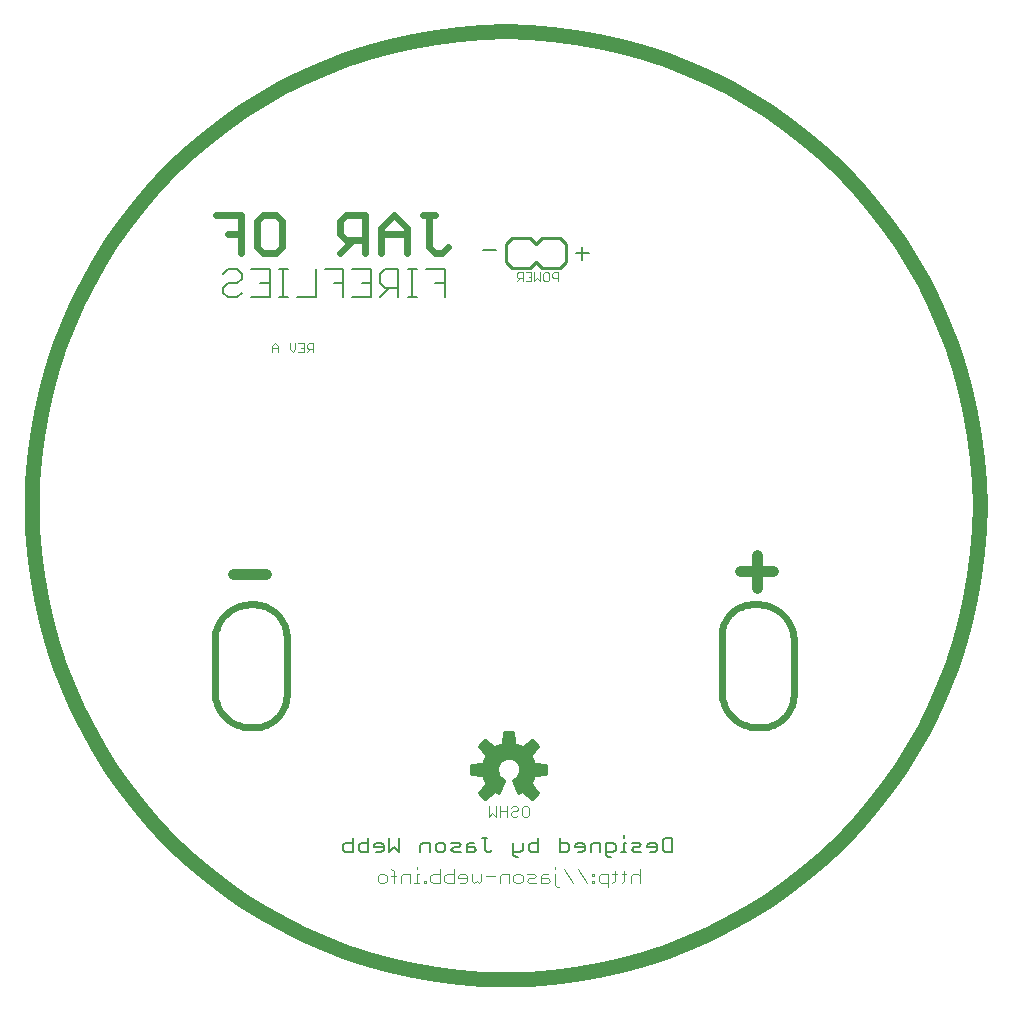
<source format=gbo>
G75*
G70*
%OFA0B0*%
%FSLAX24Y24*%
%IPPOS*%
%LPD*%
%AMOC8*
5,1,8,0,0,1.08239X$1,22.5*
%
%ADD10C,0.0000*%
%ADD11C,0.0070*%
%ADD12C,0.0230*%
%ADD13C,0.0080*%
%ADD14C,0.0060*%
%ADD15C,0.0030*%
%ADD16C,0.0500*%
%ADD17C,0.0040*%
%ADD18C,0.0380*%
%ADD19C,0.0240*%
%ADD20C,0.0100*%
D10*
X000180Y016180D02*
X000199Y016965D01*
X000257Y017748D01*
X000353Y018528D01*
X000487Y019301D01*
X000659Y020068D01*
X000869Y020825D01*
X001115Y021570D01*
X001398Y022303D01*
X001716Y023021D01*
X002069Y023722D01*
X002456Y024406D01*
X002876Y025069D01*
X003329Y025711D01*
X003812Y026330D01*
X004325Y026925D01*
X004866Y027494D01*
X005435Y028035D01*
X006030Y028548D01*
X006649Y029031D01*
X007291Y029484D01*
X007954Y029904D01*
X008638Y030291D01*
X009339Y030644D01*
X010057Y030962D01*
X010790Y031245D01*
X011535Y031491D01*
X012292Y031701D01*
X013059Y031873D01*
X013832Y032007D01*
X014612Y032103D01*
X015395Y032161D01*
X016180Y032180D01*
X016965Y032161D01*
X017748Y032103D01*
X018528Y032007D01*
X019301Y031873D01*
X020068Y031701D01*
X020825Y031491D01*
X021570Y031245D01*
X022303Y030962D01*
X023021Y030644D01*
X023722Y030291D01*
X024406Y029904D01*
X025069Y029484D01*
X025711Y029031D01*
X026330Y028548D01*
X026925Y028035D01*
X027494Y027494D01*
X028035Y026925D01*
X028548Y026330D01*
X029031Y025711D01*
X029484Y025069D01*
X029904Y024406D01*
X030291Y023722D01*
X030644Y023021D01*
X030962Y022303D01*
X031245Y021570D01*
X031491Y020825D01*
X031701Y020068D01*
X031873Y019301D01*
X032007Y018528D01*
X032103Y017748D01*
X032161Y016965D01*
X032180Y016180D01*
X032161Y015395D01*
X032103Y014612D01*
X032007Y013832D01*
X031873Y013059D01*
X031701Y012292D01*
X031491Y011535D01*
X031245Y010790D01*
X030962Y010057D01*
X030644Y009339D01*
X030291Y008638D01*
X029904Y007954D01*
X029484Y007291D01*
X029031Y006649D01*
X028548Y006030D01*
X028035Y005435D01*
X027494Y004866D01*
X026925Y004325D01*
X026330Y003812D01*
X025711Y003329D01*
X025069Y002876D01*
X024406Y002456D01*
X023722Y002069D01*
X023021Y001716D01*
X022303Y001398D01*
X021570Y001115D01*
X020825Y000869D01*
X020068Y000659D01*
X019301Y000487D01*
X018528Y000353D01*
X017748Y000257D01*
X016965Y000199D01*
X016180Y000180D01*
X015395Y000199D01*
X014612Y000257D01*
X013832Y000353D01*
X013059Y000487D01*
X012292Y000659D01*
X011535Y000869D01*
X010790Y001115D01*
X010057Y001398D01*
X009339Y001716D01*
X008638Y002069D01*
X007954Y002456D01*
X007291Y002876D01*
X006649Y003329D01*
X006030Y003812D01*
X005435Y004325D01*
X004866Y004866D01*
X004325Y005435D01*
X003812Y006030D01*
X003329Y006649D01*
X002876Y007291D01*
X002456Y007954D01*
X002069Y008638D01*
X001716Y009339D01*
X001398Y010057D01*
X001115Y010790D01*
X000869Y011535D01*
X000659Y012292D01*
X000487Y013059D01*
X000353Y013832D01*
X000257Y014612D01*
X000199Y015395D01*
X000180Y016180D01*
D11*
X006927Y023115D02*
X007237Y023115D01*
X007393Y023270D01*
X007693Y023115D02*
X008313Y023115D01*
X008313Y024046D01*
X007693Y024046D01*
X007393Y023891D02*
X007393Y023736D01*
X007237Y023580D01*
X006927Y023580D01*
X006772Y023425D01*
X006772Y023270D01*
X006927Y023115D01*
X006772Y023891D02*
X006927Y024046D01*
X007237Y024046D01*
X007393Y023891D01*
X008003Y023580D02*
X008313Y023580D01*
X008617Y024046D02*
X008927Y024046D01*
X008772Y024046D02*
X008772Y023115D01*
X008927Y023115D02*
X008617Y023115D01*
X009227Y023115D02*
X009848Y023115D01*
X009848Y024046D01*
X010148Y024046D02*
X010769Y024046D01*
X010769Y023115D01*
X011069Y023115D02*
X011690Y023115D01*
X011690Y024046D01*
X011069Y024046D01*
X010769Y023580D02*
X010459Y023580D01*
X011379Y023580D02*
X011690Y023580D01*
X011990Y023580D02*
X011990Y023891D01*
X012145Y024046D01*
X012610Y024046D01*
X012610Y023115D01*
X012914Y023115D02*
X013224Y023115D01*
X013069Y023115D02*
X013069Y024046D01*
X013224Y024046D02*
X012914Y024046D01*
X013524Y024046D02*
X014145Y024046D01*
X014145Y023115D01*
X014145Y023580D02*
X013835Y023580D01*
X012610Y023425D02*
X012145Y023425D01*
X011990Y023580D01*
X012300Y023425D02*
X011990Y023115D01*
D12*
X012036Y024595D02*
X012036Y025442D01*
X012460Y025866D01*
X012884Y025442D01*
X012884Y024595D01*
X012884Y025231D02*
X012036Y025231D01*
X011503Y025019D02*
X010867Y025019D01*
X010655Y025231D01*
X010655Y025654D01*
X010867Y025866D01*
X011503Y025866D01*
X011503Y024595D01*
X011079Y025019D02*
X010655Y024595D01*
X008740Y024807D02*
X008528Y024595D01*
X008105Y024595D01*
X007893Y024807D01*
X007893Y025654D01*
X008105Y025866D01*
X008528Y025866D01*
X008740Y025654D01*
X008740Y024807D01*
X007359Y024595D02*
X007359Y025866D01*
X006512Y025866D01*
X006935Y025231D02*
X007359Y025231D01*
X013418Y025866D02*
X013841Y025866D01*
X013629Y025866D02*
X013629Y024807D01*
X013841Y024595D01*
X014053Y024595D01*
X014265Y024807D01*
D13*
X015404Y005100D02*
X015564Y005100D01*
X015484Y005100D02*
X015484Y004700D01*
X015564Y004620D01*
X015644Y004620D01*
X015724Y004700D01*
X015209Y004700D02*
X015128Y004780D01*
X014888Y004780D01*
X014888Y004860D02*
X014888Y004620D01*
X015128Y004620D01*
X015209Y004700D01*
X015128Y004940D02*
X014968Y004940D01*
X014888Y004860D01*
X014693Y004860D02*
X014613Y004940D01*
X014373Y004940D01*
X014453Y004780D02*
X014613Y004780D01*
X014693Y004860D01*
X014693Y004620D02*
X014453Y004620D01*
X014373Y004700D01*
X014453Y004780D01*
X014177Y004700D02*
X014097Y004620D01*
X013937Y004620D01*
X013857Y004700D01*
X013857Y004860D01*
X013937Y004940D01*
X014097Y004940D01*
X014177Y004860D01*
X014177Y004700D01*
X013662Y004620D02*
X013662Y004940D01*
X013421Y004940D01*
X013341Y004860D01*
X013341Y004620D01*
X012630Y004620D02*
X012470Y004780D01*
X012310Y004620D01*
X012310Y005100D01*
X012115Y004860D02*
X012035Y004940D01*
X011875Y004940D01*
X011794Y004860D01*
X011794Y004780D01*
X012115Y004780D01*
X012115Y004700D02*
X012115Y004860D01*
X012115Y004700D02*
X012035Y004620D01*
X011875Y004620D01*
X011599Y004620D02*
X011599Y005100D01*
X011599Y004940D02*
X011359Y004940D01*
X011279Y004860D01*
X011279Y004700D01*
X011359Y004620D01*
X011599Y004620D01*
X011083Y004620D02*
X010843Y004620D01*
X010763Y004700D01*
X010763Y004860D01*
X010843Y004940D01*
X011083Y004940D01*
X011083Y005100D02*
X011083Y004620D01*
X012630Y004620D02*
X012630Y005100D01*
X016435Y004940D02*
X016435Y004540D01*
X016515Y004460D01*
X016595Y004460D01*
X016675Y004620D02*
X016435Y004620D01*
X016675Y004620D02*
X016755Y004700D01*
X016755Y004940D01*
X016951Y004860D02*
X017031Y004940D01*
X017271Y004940D01*
X017271Y005100D02*
X017271Y004620D01*
X017031Y004620D01*
X016951Y004700D01*
X016951Y004860D01*
X017982Y004940D02*
X018222Y004940D01*
X018302Y004860D01*
X018302Y004700D01*
X018222Y004620D01*
X017982Y004620D01*
X017982Y005100D01*
X018498Y004860D02*
X018498Y004780D01*
X018818Y004780D01*
X018818Y004700D02*
X018818Y004860D01*
X018738Y004940D01*
X018578Y004940D01*
X018498Y004860D01*
X018578Y004620D02*
X018738Y004620D01*
X018818Y004700D01*
X019013Y004620D02*
X019013Y004860D01*
X019093Y004940D01*
X019334Y004940D01*
X019334Y004620D01*
X019529Y004620D02*
X019769Y004620D01*
X019849Y004700D01*
X019849Y004860D01*
X019769Y004940D01*
X019529Y004940D01*
X019529Y004540D01*
X019609Y004460D01*
X019689Y004460D01*
X020033Y004620D02*
X020193Y004620D01*
X020113Y004620D02*
X020113Y004940D01*
X020193Y004940D01*
X020113Y005100D02*
X020113Y005180D01*
X020388Y004940D02*
X020629Y004940D01*
X020709Y004860D01*
X020629Y004780D01*
X020469Y004780D01*
X020388Y004700D01*
X020469Y004620D01*
X020709Y004620D01*
X020904Y004780D02*
X021224Y004780D01*
X021224Y004700D02*
X021224Y004860D01*
X021144Y004940D01*
X020984Y004940D01*
X020904Y004860D01*
X020904Y004780D01*
X020984Y004620D02*
X021144Y004620D01*
X021224Y004700D01*
X021420Y004700D02*
X021420Y005020D01*
X021500Y005100D01*
X021740Y005100D01*
X021740Y004620D01*
X021500Y004620D01*
X021420Y004700D01*
D14*
X018736Y024377D02*
X018736Y024804D01*
X018523Y024590D02*
X018950Y024590D01*
X015850Y024690D02*
X015423Y024690D01*
D15*
X016553Y023897D02*
X016553Y023800D01*
X016601Y023752D01*
X016746Y023752D01*
X016650Y023752D02*
X016553Y023655D01*
X016746Y023655D02*
X016746Y023945D01*
X016601Y023945D01*
X016553Y023897D01*
X016848Y023945D02*
X017041Y023945D01*
X017041Y023655D01*
X016848Y023655D01*
X016944Y023800D02*
X017041Y023800D01*
X017142Y023655D02*
X017142Y023945D01*
X017336Y023945D02*
X017336Y023655D01*
X017239Y023752D01*
X017142Y023655D01*
X017437Y023703D02*
X017437Y023897D01*
X017485Y023945D01*
X017582Y023945D01*
X017630Y023897D01*
X017630Y023703D01*
X017582Y023655D01*
X017485Y023655D01*
X017437Y023703D01*
X017732Y023800D02*
X017780Y023752D01*
X017925Y023752D01*
X017925Y023655D02*
X017925Y023945D01*
X017780Y023945D01*
X017732Y023897D01*
X017732Y023800D01*
X009765Y021585D02*
X009765Y021295D01*
X009765Y021392D02*
X009620Y021392D01*
X009572Y021440D01*
X009572Y021537D01*
X009620Y021585D01*
X009765Y021585D01*
X009668Y021392D02*
X009572Y021295D01*
X009470Y021295D02*
X009470Y021585D01*
X009277Y021585D01*
X009176Y021585D02*
X009176Y021392D01*
X009079Y021295D01*
X008982Y021392D01*
X008982Y021585D01*
X008586Y021488D02*
X008490Y021585D01*
X008393Y021488D01*
X008393Y021295D01*
X008393Y021440D02*
X008586Y021440D01*
X008586Y021488D02*
X008586Y021295D01*
X009277Y021295D02*
X009470Y021295D01*
X009470Y021440D02*
X009374Y021440D01*
X015613Y006165D02*
X015613Y005795D01*
X015737Y005918D01*
X015860Y005795D01*
X015860Y006165D01*
X015981Y006165D02*
X015981Y005795D01*
X015981Y005980D02*
X016228Y005980D01*
X016350Y005918D02*
X016350Y005857D01*
X016412Y005795D01*
X016535Y005795D01*
X016597Y005857D01*
X016718Y005857D02*
X016718Y006104D01*
X016780Y006165D01*
X016903Y006165D01*
X016965Y006104D01*
X016965Y005857D01*
X016903Y005795D01*
X016780Y005795D01*
X016718Y005857D01*
X016535Y005980D02*
X016412Y005980D01*
X016350Y005918D01*
X016228Y005795D02*
X016228Y006165D01*
X016350Y006104D02*
X016412Y006165D01*
X016535Y006165D01*
X016597Y006104D01*
X016597Y006042D01*
X016535Y005980D01*
D16*
X000380Y016180D02*
X000399Y016955D01*
X000456Y017729D01*
X000551Y018498D01*
X000684Y019262D01*
X000854Y020019D01*
X001060Y020766D01*
X001304Y021503D01*
X001583Y022226D01*
X001897Y022935D01*
X002246Y023628D01*
X002628Y024303D01*
X003043Y024958D01*
X003489Y025592D01*
X003966Y026203D01*
X004473Y026791D01*
X005008Y027352D01*
X005569Y027887D01*
X006157Y028394D01*
X006768Y028871D01*
X007402Y029317D01*
X008057Y029732D01*
X008732Y030114D01*
X009425Y030463D01*
X010134Y030777D01*
X010857Y031056D01*
X011594Y031300D01*
X012341Y031506D01*
X013098Y031676D01*
X013862Y031809D01*
X014631Y031904D01*
X015405Y031961D01*
X016180Y031980D01*
X016955Y031961D01*
X017729Y031904D01*
X018498Y031809D01*
X019262Y031676D01*
X020019Y031506D01*
X020766Y031300D01*
X021503Y031056D01*
X022226Y030777D01*
X022935Y030463D01*
X023628Y030114D01*
X024303Y029732D01*
X024958Y029317D01*
X025592Y028871D01*
X026203Y028394D01*
X026791Y027887D01*
X027352Y027352D01*
X027887Y026791D01*
X028394Y026203D01*
X028871Y025592D01*
X029317Y024958D01*
X029732Y024303D01*
X030114Y023628D01*
X030463Y022935D01*
X030777Y022226D01*
X031056Y021503D01*
X031300Y020766D01*
X031506Y020019D01*
X031676Y019262D01*
X031809Y018498D01*
X031904Y017729D01*
X031961Y016955D01*
X031980Y016180D01*
X031961Y015405D01*
X031904Y014631D01*
X031809Y013862D01*
X031676Y013098D01*
X031506Y012341D01*
X031300Y011594D01*
X031056Y010857D01*
X030777Y010134D01*
X030463Y009425D01*
X030114Y008732D01*
X029732Y008057D01*
X029317Y007402D01*
X028871Y006768D01*
X028394Y006157D01*
X027887Y005569D01*
X027352Y005008D01*
X026791Y004473D01*
X026203Y003966D01*
X025592Y003489D01*
X024958Y003043D01*
X024303Y002628D01*
X023628Y002246D01*
X022935Y001897D01*
X022226Y001583D01*
X021503Y001304D01*
X020766Y001060D01*
X020019Y000854D01*
X019262Y000684D01*
X018498Y000551D01*
X017729Y000456D01*
X016955Y000399D01*
X016180Y000380D01*
X015405Y000399D01*
X014631Y000456D01*
X013862Y000551D01*
X013098Y000684D01*
X012341Y000854D01*
X011594Y001060D01*
X010857Y001304D01*
X010134Y001583D01*
X009425Y001897D01*
X008732Y002246D01*
X008057Y002628D01*
X007402Y003043D01*
X006768Y003489D01*
X006157Y003966D01*
X005569Y004473D01*
X005008Y005008D01*
X004473Y005569D01*
X003966Y006157D01*
X003489Y006768D01*
X003043Y007402D01*
X002628Y008057D01*
X002246Y008732D01*
X001897Y009425D01*
X001583Y010134D01*
X001304Y010857D01*
X001060Y011594D01*
X000854Y012341D01*
X000684Y013098D01*
X000551Y013862D01*
X000456Y014631D01*
X000399Y015405D01*
X000380Y016180D01*
D17*
X012373Y004060D02*
X012450Y003984D01*
X012450Y003600D01*
X012680Y003600D02*
X012680Y003830D01*
X012757Y003907D01*
X012987Y003907D01*
X012987Y003600D01*
X013140Y003600D02*
X013294Y003600D01*
X013217Y003600D02*
X013217Y003907D01*
X013294Y003907D01*
X013217Y004060D02*
X013217Y004137D01*
X013447Y003677D02*
X013447Y003600D01*
X013524Y003600D01*
X013524Y003677D01*
X013447Y003677D01*
X013677Y003677D02*
X013677Y003830D01*
X013754Y003907D01*
X013984Y003907D01*
X013984Y004060D02*
X013984Y003600D01*
X013754Y003600D01*
X013677Y003677D01*
X014138Y003677D02*
X014138Y003830D01*
X014215Y003907D01*
X014445Y003907D01*
X014445Y004060D02*
X014445Y003600D01*
X014215Y003600D01*
X014138Y003677D01*
X014598Y003753D02*
X014905Y003753D01*
X014905Y003677D02*
X014905Y003830D01*
X014828Y003907D01*
X014675Y003907D01*
X014598Y003830D01*
X014598Y003753D01*
X014675Y003600D02*
X014828Y003600D01*
X014905Y003677D01*
X015059Y003677D02*
X015059Y003907D01*
X015059Y003677D02*
X015135Y003600D01*
X015212Y003677D01*
X015289Y003600D01*
X015365Y003677D01*
X015365Y003907D01*
X015519Y003830D02*
X015826Y003830D01*
X015979Y003830D02*
X015979Y003600D01*
X015979Y003830D02*
X016056Y003907D01*
X016286Y003907D01*
X016286Y003600D01*
X016440Y003677D02*
X016440Y003830D01*
X016516Y003907D01*
X016670Y003907D01*
X016747Y003830D01*
X016747Y003677D01*
X016670Y003600D01*
X016516Y003600D01*
X016440Y003677D01*
X016900Y003677D02*
X016977Y003753D01*
X017130Y003753D01*
X017207Y003830D01*
X017130Y003907D01*
X016900Y003907D01*
X016900Y003677D02*
X016977Y003600D01*
X017207Y003600D01*
X017361Y003600D02*
X017591Y003600D01*
X017667Y003677D01*
X017591Y003753D01*
X017361Y003753D01*
X017361Y003830D02*
X017361Y003600D01*
X017361Y003830D02*
X017437Y003907D01*
X017591Y003907D01*
X017821Y003907D02*
X017821Y003523D01*
X017898Y003447D01*
X017974Y003447D01*
X018435Y003600D02*
X018128Y004060D01*
X017821Y004060D02*
X017821Y004137D01*
X018588Y004060D02*
X018895Y003600D01*
X019049Y003600D02*
X019125Y003600D01*
X019125Y003677D01*
X019049Y003677D01*
X019049Y003600D01*
X019049Y003830D02*
X019125Y003830D01*
X019125Y003907D01*
X019049Y003907D01*
X019049Y003830D01*
X019279Y003830D02*
X019279Y003677D01*
X019356Y003600D01*
X019586Y003600D01*
X019739Y003600D02*
X019816Y003677D01*
X019816Y003984D01*
X019893Y003907D02*
X019739Y003907D01*
X019586Y003907D02*
X019586Y003447D01*
X019586Y003907D02*
X019356Y003907D01*
X019279Y003830D01*
X020046Y003907D02*
X020200Y003907D01*
X020123Y003984D02*
X020123Y003677D01*
X020046Y003600D01*
X020353Y003600D02*
X020353Y003830D01*
X020430Y003907D01*
X020583Y003907D01*
X020660Y003830D01*
X020660Y004060D02*
X020660Y003600D01*
X012526Y003830D02*
X012373Y003830D01*
X012219Y003830D02*
X012219Y003677D01*
X012143Y003600D01*
X011989Y003600D01*
X011913Y003677D01*
X011913Y003830D01*
X011989Y003907D01*
X012143Y003907D01*
X012219Y003830D01*
D18*
X008190Y013881D02*
X007109Y013881D01*
X024009Y013981D02*
X025090Y013981D01*
X024550Y014521D02*
X024550Y013440D01*
D19*
X007780Y008780D02*
X007680Y008780D01*
X007780Y008780D02*
X007844Y008782D01*
X007908Y008787D01*
X007971Y008797D01*
X008034Y008810D01*
X008095Y008826D01*
X008156Y008846D01*
X008216Y008870D01*
X008274Y008897D01*
X008330Y008927D01*
X008384Y008961D01*
X008437Y008998D01*
X008487Y009037D01*
X008535Y009080D01*
X008580Y009125D01*
X008623Y009173D01*
X008662Y009223D01*
X008699Y009276D01*
X008733Y009330D01*
X008763Y009386D01*
X008790Y009444D01*
X008814Y009504D01*
X008834Y009565D01*
X008850Y009626D01*
X008863Y009689D01*
X008873Y009752D01*
X008878Y009816D01*
X008880Y009880D01*
X008880Y011780D01*
X008878Y011844D01*
X008873Y011908D01*
X008863Y011971D01*
X008850Y012034D01*
X008834Y012095D01*
X008814Y012156D01*
X008790Y012216D01*
X008763Y012274D01*
X008733Y012330D01*
X008699Y012384D01*
X008662Y012437D01*
X008623Y012487D01*
X008580Y012535D01*
X008535Y012580D01*
X008487Y012623D01*
X008437Y012662D01*
X008384Y012699D01*
X008330Y012733D01*
X008274Y012763D01*
X008216Y012790D01*
X008156Y012814D01*
X008095Y012834D01*
X008034Y012850D01*
X007971Y012863D01*
X007908Y012873D01*
X007844Y012878D01*
X007780Y012880D01*
X007680Y012880D01*
X007613Y012878D01*
X007546Y012872D01*
X007479Y012863D01*
X007413Y012850D01*
X007348Y012833D01*
X007284Y012813D01*
X007221Y012789D01*
X007159Y012761D01*
X007100Y012730D01*
X007042Y012696D01*
X006986Y012659D01*
X006932Y012618D01*
X006880Y012575D01*
X006831Y012529D01*
X006785Y012480D01*
X006742Y012428D01*
X006701Y012374D01*
X006664Y012318D01*
X006630Y012260D01*
X006599Y012201D01*
X006571Y012139D01*
X006547Y012076D01*
X006527Y012012D01*
X006510Y011947D01*
X006497Y011881D01*
X006488Y011814D01*
X006482Y011747D01*
X006480Y011680D01*
X006480Y009980D01*
X006482Y009913D01*
X006488Y009846D01*
X006497Y009779D01*
X006510Y009713D01*
X006527Y009648D01*
X006547Y009584D01*
X006571Y009521D01*
X006599Y009459D01*
X006630Y009400D01*
X006664Y009342D01*
X006701Y009286D01*
X006742Y009232D01*
X006785Y009180D01*
X006831Y009131D01*
X006880Y009085D01*
X006932Y009042D01*
X006986Y009001D01*
X007042Y008964D01*
X007100Y008930D01*
X007159Y008899D01*
X007221Y008871D01*
X007284Y008847D01*
X007348Y008827D01*
X007413Y008810D01*
X007479Y008797D01*
X007546Y008788D01*
X007613Y008782D01*
X007680Y008780D01*
X023380Y009980D02*
X023380Y010880D01*
X023380Y010980D02*
X023380Y011880D01*
X023385Y011943D01*
X023394Y012006D01*
X023406Y012068D01*
X023423Y012130D01*
X023443Y012190D01*
X023466Y012249D01*
X023493Y012306D01*
X023524Y012362D01*
X023557Y012416D01*
X023594Y012468D01*
X023634Y012517D01*
X023677Y012564D01*
X023723Y012608D01*
X023771Y012649D01*
X023822Y012687D01*
X023875Y012722D01*
X023930Y012754D01*
X023986Y012783D01*
X024045Y012808D01*
X024104Y012829D01*
X024165Y012847D01*
X024227Y012861D01*
X024290Y012872D01*
X024353Y012878D01*
X024417Y012881D01*
X024480Y012880D01*
X024580Y012880D02*
X024647Y012878D01*
X024714Y012872D01*
X024781Y012863D01*
X024847Y012850D01*
X024912Y012833D01*
X024976Y012813D01*
X025039Y012789D01*
X025101Y012761D01*
X025160Y012730D01*
X025218Y012696D01*
X025274Y012659D01*
X025328Y012618D01*
X025380Y012575D01*
X025429Y012529D01*
X025475Y012480D01*
X025518Y012428D01*
X025559Y012374D01*
X025596Y012318D01*
X025630Y012260D01*
X025661Y012201D01*
X025689Y012139D01*
X025713Y012076D01*
X025733Y012012D01*
X025750Y011947D01*
X025763Y011881D01*
X025772Y011814D01*
X025778Y011747D01*
X025780Y011680D01*
X025780Y010480D01*
X025780Y010380D02*
X025780Y009880D01*
X025778Y009816D01*
X025773Y009752D01*
X025763Y009689D01*
X025750Y009626D01*
X025734Y009565D01*
X025714Y009504D01*
X025690Y009444D01*
X025663Y009386D01*
X025633Y009330D01*
X025599Y009276D01*
X025562Y009223D01*
X025523Y009173D01*
X025480Y009125D01*
X025435Y009080D01*
X025387Y009037D01*
X025337Y008998D01*
X025284Y008961D01*
X025230Y008927D01*
X025174Y008897D01*
X025116Y008870D01*
X025056Y008846D01*
X024995Y008826D01*
X024934Y008810D01*
X024871Y008797D01*
X024808Y008787D01*
X024744Y008782D01*
X024680Y008780D01*
X024580Y008780D02*
X024513Y008782D01*
X024446Y008788D01*
X024379Y008797D01*
X024313Y008810D01*
X024248Y008827D01*
X024184Y008847D01*
X024121Y008871D01*
X024059Y008899D01*
X024000Y008930D01*
X023942Y008964D01*
X023886Y009001D01*
X023832Y009042D01*
X023780Y009085D01*
X023731Y009131D01*
X023685Y009180D01*
X023642Y009232D01*
X023601Y009286D01*
X023564Y009342D01*
X023530Y009400D01*
X023499Y009459D01*
X023471Y009521D01*
X023447Y009584D01*
X023427Y009648D01*
X023410Y009713D01*
X023397Y009779D01*
X023388Y009846D01*
X023382Y009913D01*
X023380Y009980D01*
D20*
X017521Y007532D02*
X017521Y007228D01*
X017117Y007187D01*
X017091Y007095D01*
X017055Y007008D01*
X017009Y006925D01*
X017265Y006610D01*
X017050Y006395D01*
X016735Y006651D01*
X016673Y006616D01*
X016609Y006586D01*
X016429Y007019D01*
X016494Y007053D01*
X016551Y007099D01*
X016599Y007155D01*
X016636Y007218D01*
X016660Y007288D01*
X016670Y007360D01*
X016667Y007433D01*
X016650Y007505D01*
X016620Y007571D01*
X016579Y007632D01*
X016527Y007683D01*
X016466Y007724D01*
X016398Y007752D01*
X016327Y007768D01*
X016253Y007770D01*
X016181Y007758D01*
X016112Y007733D01*
X016049Y007695D01*
X015995Y007647D01*
X015950Y007589D01*
X015917Y007523D01*
X015896Y007453D01*
X015889Y007380D01*
X015895Y007315D01*
X015911Y007251D01*
X015938Y007191D01*
X015975Y007136D01*
X016020Y007089D01*
X016072Y007049D01*
X016131Y007019D01*
X015951Y006586D01*
X015887Y006616D01*
X015825Y006651D01*
X015510Y006395D01*
X015295Y006610D01*
X015551Y006925D01*
X015505Y007008D01*
X015469Y007095D01*
X015443Y007187D01*
X015039Y007228D01*
X015039Y007532D01*
X015443Y007573D01*
X015469Y007665D01*
X015505Y007752D01*
X015551Y007835D01*
X015295Y008150D01*
X015510Y008365D01*
X015825Y008109D01*
X015908Y008155D01*
X015995Y008191D01*
X016087Y008217D01*
X016128Y008621D01*
X016432Y008621D01*
X016473Y008217D01*
X016565Y008191D01*
X016652Y008155D01*
X016735Y008109D01*
X017050Y008365D01*
X017265Y008150D01*
X017009Y007835D01*
X017055Y007752D01*
X017091Y007665D01*
X017117Y007573D01*
X017521Y007532D01*
X017521Y007469D02*
X016659Y007469D01*
X016670Y007371D02*
X017521Y007371D01*
X017521Y007272D02*
X016654Y007272D01*
X016610Y007174D02*
X017114Y007174D01*
X017082Y007075D02*
X016521Y007075D01*
X016447Y006977D02*
X017037Y006977D01*
X017047Y006878D02*
X016488Y006878D01*
X016529Y006780D02*
X017127Y006780D01*
X017207Y006681D02*
X016570Y006681D01*
X016820Y006583D02*
X017237Y006583D01*
X017139Y006484D02*
X016940Y006484D01*
X016072Y006878D02*
X015513Y006878D01*
X015523Y006977D02*
X016113Y006977D01*
X016038Y007075D02*
X015478Y007075D01*
X015446Y007174D02*
X015950Y007174D01*
X015906Y007272D02*
X015039Y007272D01*
X015039Y007371D02*
X015890Y007371D01*
X015901Y007469D02*
X015039Y007469D01*
X015386Y007568D02*
X015939Y007568D01*
X016016Y007666D02*
X015470Y007666D01*
X015512Y007765D02*
X016222Y007765D01*
X016342Y007765D02*
X017048Y007765D01*
X017031Y007863D02*
X015529Y007863D01*
X015448Y007962D02*
X017112Y007962D01*
X017192Y008060D02*
X015368Y008060D01*
X015304Y008159D02*
X015764Y008159D01*
X015917Y008159D02*
X016643Y008159D01*
X016796Y008159D02*
X017256Y008159D01*
X017158Y008257D02*
X016917Y008257D01*
X017038Y008356D02*
X017059Y008356D01*
X016469Y008257D02*
X016091Y008257D01*
X016101Y008356D02*
X016459Y008356D01*
X016449Y008454D02*
X016111Y008454D01*
X016121Y008553D02*
X016439Y008553D01*
X015643Y008257D02*
X015402Y008257D01*
X015501Y008356D02*
X015522Y008356D01*
X016544Y007666D02*
X017090Y007666D01*
X017174Y007568D02*
X016622Y007568D01*
X016031Y006780D02*
X015433Y006780D01*
X015353Y006681D02*
X015990Y006681D01*
X015740Y006583D02*
X015323Y006583D01*
X015421Y006484D02*
X015620Y006484D01*
X016380Y024080D02*
X016180Y024280D01*
X016180Y024880D01*
X016380Y025080D01*
X016980Y025080D01*
X017180Y024880D01*
X017380Y025080D01*
X017980Y025080D01*
X018180Y024880D01*
X018180Y024280D01*
X017980Y024080D01*
X017380Y024080D01*
X017180Y024280D01*
X016980Y024080D01*
X016380Y024080D01*
M02*

</source>
